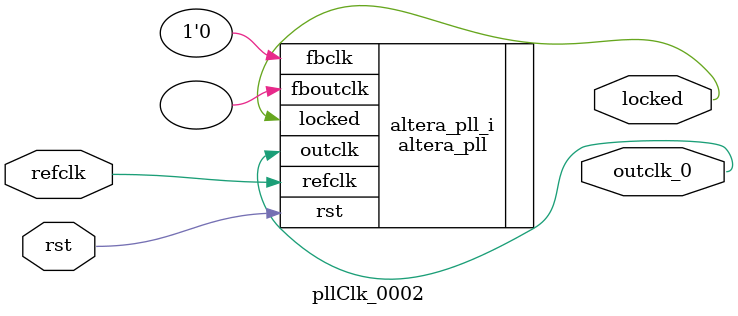
<source format=v>
`timescale 1ns/10ps
module  pllClk_0002(

	// interface 'refclk'
	input wire refclk,

	// interface 'reset'
	input wire rst,

	// interface 'outclk0'
	output wire outclk_0,

	// interface 'locked'
	output wire locked
);

	altera_pll #(
		.fractional_vco_multiplier("false"),
		.reference_clock_frequency("50.0 MHz"),
		.operation_mode("direct"),
		.number_of_clocks(1),
		.output_clock_frequency0("8.388520 MHz"),
		.phase_shift0("0 ps"),
		.duty_cycle0(50),
		.output_clock_frequency1("0 MHz"),
		.phase_shift1("0 ps"),
		.duty_cycle1(50),
		.output_clock_frequency2("0 MHz"),
		.phase_shift2("0 ps"),
		.duty_cycle2(50),
		.output_clock_frequency3("0 MHz"),
		.phase_shift3("0 ps"),
		.duty_cycle3(50),
		.output_clock_frequency4("0 MHz"),
		.phase_shift4("0 ps"),
		.duty_cycle4(50),
		.output_clock_frequency5("0 MHz"),
		.phase_shift5("0 ps"),
		.duty_cycle5(50),
		.output_clock_frequency6("0 MHz"),
		.phase_shift6("0 ps"),
		.duty_cycle6(50),
		.output_clock_frequency7("0 MHz"),
		.phase_shift7("0 ps"),
		.duty_cycle7(50),
		.output_clock_frequency8("0 MHz"),
		.phase_shift8("0 ps"),
		.duty_cycle8(50),
		.output_clock_frequency9("0 MHz"),
		.phase_shift9("0 ps"),
		.duty_cycle9(50),
		.output_clock_frequency10("0 MHz"),
		.phase_shift10("0 ps"),
		.duty_cycle10(50),
		.output_clock_frequency11("0 MHz"),
		.phase_shift11("0 ps"),
		.duty_cycle11(50),
		.output_clock_frequency12("0 MHz"),
		.phase_shift12("0 ps"),
		.duty_cycle12(50),
		.output_clock_frequency13("0 MHz"),
		.phase_shift13("0 ps"),
		.duty_cycle13(50),
		.output_clock_frequency14("0 MHz"),
		.phase_shift14("0 ps"),
		.duty_cycle14(50),
		.output_clock_frequency15("0 MHz"),
		.phase_shift15("0 ps"),
		.duty_cycle15(50),
		.output_clock_frequency16("0 MHz"),
		.phase_shift16("0 ps"),
		.duty_cycle16(50),
		.output_clock_frequency17("0 MHz"),
		.phase_shift17("0 ps"),
		.duty_cycle17(50),
		.pll_type("General"),
		.pll_subtype("General")
	) altera_pll_i (
		.rst	(rst),
		.outclk	({outclk_0}),
		.locked	(locked),
		.fboutclk	( ),
		.fbclk	(1'b0),
		.refclk	(refclk)
	);
endmodule


</source>
